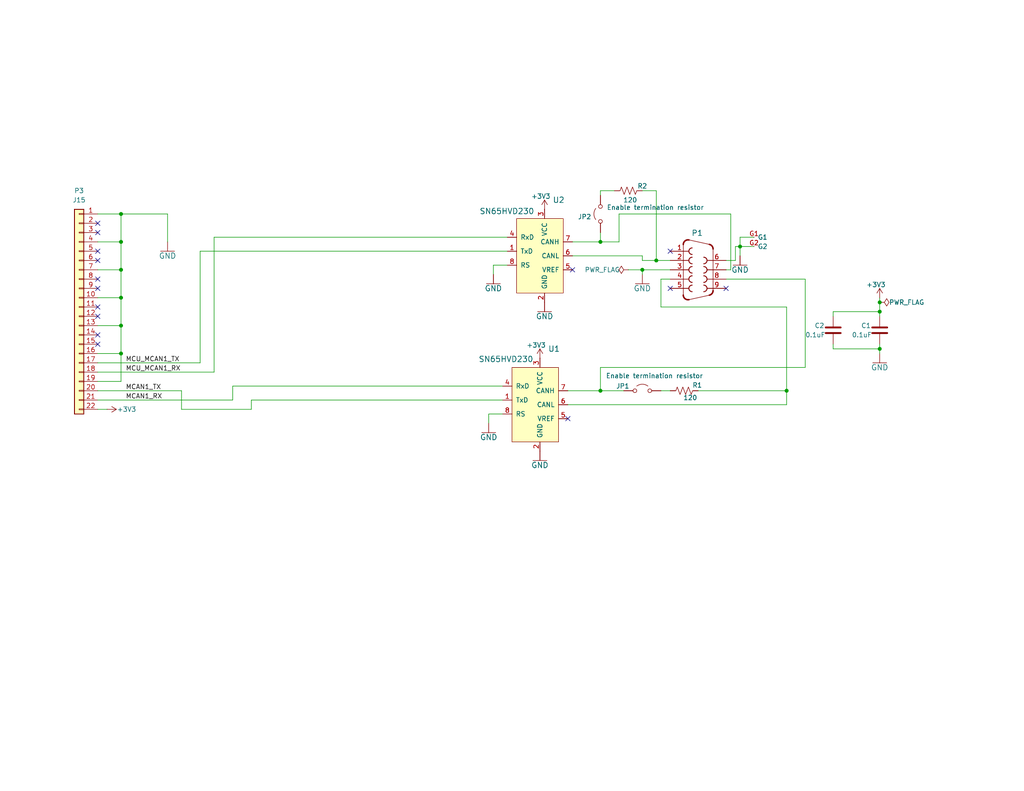
<source format=kicad_sch>
(kicad_sch (version 20231120) (generator "eeschema") (generator_version "8.0")
  (paper "A")
  (title_block (title "CAN Driver") (date "2024-07-03"))
  (lib_symbols
    (symbol "Connector_Generic:Conn_01x22" (pin_names (offset 1.016) hide)
      (property "Reference" "J" (at 0 27.94 0))
      (property "Value" "Conn_01x22" (at 0 -30.48 0))
      (symbol "Conn_01x22_1_1"
        (rectangle (start -1.27 -27.813) (end 0 -28.067) (stroke (width 0.1524)))
        (rectangle (start -1.27 -25.273) (end 0 -25.527) (stroke (width 0.1524)))
        (rectangle (start -1.27 -22.733) (end 0 -22.987) (stroke (width 0.1524)))
        (rectangle (start -1.27 -20.193) (end 0 -20.447) (stroke (width 0.1524)))
        (rectangle (start -1.27 -17.653) (end 0 -17.907) (stroke (width 0.1524)))
        (rectangle (start -1.27 -15.113) (end 0 -15.367) (stroke (width 0.1524)))
        (rectangle (start -1.27 -12.573) (end 0 -12.827) (stroke (width 0.1524)))
        (rectangle (start -1.27 -10.033) (end 0 -10.287) (stroke (width 0.1524)))
        (rectangle (start -1.27 -7.493) (end 0 -7.747) (stroke (width 0.1524)))
        (rectangle (start -1.27 -4.953) (end 0 -5.207) (stroke (width 0.1524)))
        (rectangle (start -1.27 -2.413) (end 0 -2.667) (stroke (width 0.1524)))
        (rectangle (start -1.27 0.127) (end 0 -0.127) (stroke (width 0.1524)))
        (rectangle (start -1.27 2.667) (end 0 2.413) (stroke (width 0.1524)))
        (rectangle (start -1.27 5.207) (end 0 4.953) (stroke (width 0.1524)))
        (rectangle (start -1.27 7.747) (end 0 7.493) (stroke (width 0.1524)))
        (rectangle (start -1.27 10.287) (end 0 10.033) (stroke (width 0.1524)))
        (rectangle (start -1.27 12.827) (end 0 12.573) (stroke (width 0.1524)))
        (rectangle (start -1.27 15.367) (end 0 15.113) (stroke (width 0.1524)))
        (rectangle (start -1.27 17.907) (end 0 17.653) (stroke (width 0.1524)))
        (rectangle (start -1.27 20.447) (end 0 20.193) (stroke (width 0.1524)))
        (rectangle (start -1.27 22.987) (end 0 22.733) (stroke (width 0.1524)))
        (rectangle (start -1.27 25.527) (end 0 25.273) (stroke (width 0.1524)))
        (rectangle (start -1.27 26.67) (end 1.27 -29.21) (stroke (width 0.254)) (fill (type background)))
        (pin passive line (at -5.08 25.4 0) (length 3.81) (name "Pin_1") (number "1"))
        (pin passive line (at -5.08 2.54 0) (length 3.81) (name "Pin_10") (number "10"))
        (pin passive line (at -5.08 0 0) (length 3.81) (name "Pin_11") (number "11"))
        (pin passive line (at -5.08 -2.54 0) (length 3.81) (name "Pin_12") (number "12"))
        (pin passive line (at -5.08 -5.08 0) (length 3.81) (name "Pin_13") (number "13"))
        (pin passive line (at -5.08 -7.62 0) (length 3.81) (name "Pin_14") (number "14"))
        (pin passive line (at -5.08 -10.16 0) (length 3.81) (name "Pin_15") (number "15"))
        (pin passive line (at -5.08 -12.7 0) (length 3.81) (name "Pin_16") (number "16"))
        (pin passive line (at -5.08 -15.24 0) (length 3.81) (name "Pin_17") (number "17"))
        (pin passive line (at -5.08 -17.78 0) (length 3.81) (name "Pin_18") (number "18"))
        (pin passive line (at -5.08 -20.32 0) (length 3.81) (name "Pin_19") (number "19"))
        (pin passive line (at -5.08 22.86 0) (length 3.81) (name "Pin_2") (number "2"))
        (pin passive line (at -5.08 -22.86 0) (length 3.81) (name "Pin_20") (number "20"))
        (pin passive line (at -5.08 -25.4 0) (length 3.81) (name "Pin_21") (number "21"))
        (pin passive line (at -5.08 -27.94 0) (length 3.81) (name "Pin_22") (number "22"))
        (pin passive line (at -5.08 20.32 0) (length 3.81) (name "Pin_3") (number "3"))
        (pin passive line (at -5.08 17.78 0) (length 3.81) (name "Pin_4") (number "4"))
        (pin passive line (at -5.08 15.24 0) (length 3.81) (name "Pin_5") (number "5"))
        (pin passive line (at -5.08 12.7 0) (length 3.81) (name "Pin_6") (number "6"))
        (pin passive line (at -5.08 10.16 0) (length 3.81) (name "Pin_7") (number "7"))
        (pin passive line (at -5.08 7.62 0) (length 3.81) (name "Pin_8") (number "8"))
        (pin passive line (at -5.08 5.08 0) (length 3.81) (name "Pin_9") (number "9"))
      )
    )
    (symbol "Device:C" (pin_numbers hide) (pin_names (offset 0.254))
      (property "Reference" "C" (at 0.635 2.54 0))
      (property "Value" "C" (at 0.635 -2.54 0))
      (symbol "C_0_1"
        (polyline (pts (xy -2.032 -0.762) (xy 2.032 -0.762)) (stroke (width 0.508)))
        (polyline (pts (xy -2.032 0.762) (xy 2.032 0.762)) (stroke (width 0.508)))
      )
      (symbol "C_1_1"
        (pin passive line (at 0 3.81 270) (length 2.794) (name "~") (number "1"))
        (pin passive line (at 0 -3.81 90) (length 2.794) (name "~") (number "2"))
      )
    )
    (symbol "Device:R_US" (pin_numbers hide) (pin_names (offset 0))
      (property "Reference" "R" (at 2.54 0 90))
      (property "Value" "R_US" (at -2.54 0 90))
      (symbol "R_US_0_1"
        (polyline (pts (xy 0 -2.286) (xy 0 -2.54)))
        (polyline (pts (xy 0 2.286) (xy 0 2.54)))
        (polyline (pts (xy 0 -0.762) (xy 1.016 -1.143) (xy 0 -1.524) (xy -1.016 -1.905) (xy 0 -2.286)))
        (polyline (pts (xy 0 0.762) (xy 1.016 0.381) (xy 0 0) (xy -1.016 -0.381) (xy 0 -0.762)))
        (polyline (pts (xy 0 2.286) (xy 1.016 1.905) (xy 0 1.524) (xy -1.016 1.143) (xy 0 0.762)))
      )
      (symbol "R_US_1_1"
        (pin passive line (at 0 3.81 270) (length 1.27) (name "~") (number "1"))
        (pin passive line (at 0 -3.81 90) (length 1.27) (name "~") (number "2"))
      )
    )
    (symbol "Jumper:Jumper_2_Open" (pin_numbers hide) (pin_names (offset 0) hide) (exclude_from_sim yes)
      (property "Reference" "JP" (at 0 2.794 0))
      (property "Value" "Jumper_2_Open" (at 0 -2.286 0))
      (symbol "Jumper_2_Open_0_0"
        (circle (center -2.032 0) (radius 0.508))
        (circle (center 2.032 0) (radius 0.508))
      )
      (symbol "Jumper_2_Open_0_1"
        (arc (start 1.524 1.27) (mid 0 1.778) (end -1.524 1.27))
      )
      (symbol "Jumper_2_Open_1_1"
        (pin passive line (at -5.08 0 0) (length 2.54) (name "A") (number "1"))
        (pin passive line (at 5.08 0 180) (length 2.54) (name "B") (number "2"))
      )
    )
    (symbol "catu:F09HP" (pin_names (offset 1.016))
      (property "Reference" "P" (at -1.27 8.89 0))
      (property "Value" "F09HP" (at -3.81 -10.795 0))
      (symbol "F09HP_1_0"
        (arc (start -4.064 -6.9088) (mid -3.5802 -7.8934) (end -2.5146 -8.1534) (stroke (width 0.4064)))
        (arc (start -2.5146 8.1534) (mid -3.5799 7.893) (end -4.064 6.9088) (stroke (width 0.4064)))
        (arc (start -1.651 -4.191) (mid -2.5362 -5.08) (end -1.651 -5.969) (stroke (width 0.254)))
        (arc (start -1.651 -1.651) (mid -2.5362 -2.54) (end -1.651 -3.429) (stroke (width 0.254)))
        (arc (start -1.651 0.889) (mid -2.5362 0) (end -1.651 -0.889) (stroke (width 0.254)))
        (arc (start -1.651 3.429) (mid -2.5362 2.54) (end -1.651 1.651) (stroke (width 0.254)))
        (arc (start -1.651 5.969) (mid -2.5362 5.08) (end -1.651 4.191) (stroke (width 0.254)))
        (polyline (pts (xy -4.064 -6.9088) (xy -4.064 6.9088)))
        (polyline (pts (xy -2.5146 -8.1534) (xy 3.048 -6.9342)))
        (polyline (pts (xy -2.5146 8.1534) (xy 3.048 6.9342)))
        (polyline (pts (xy 4.064 -5.6896) (xy 4.064 5.6896)))
        (arc (start 1.524 -5.969) (mid 2.4092 -5.08) (end 1.524 -4.191) (stroke (width 0.254)))
        (arc (start 1.524 -3.429) (mid 2.4092 -2.54) (end 1.524 -1.651) (stroke (width 0.254)))
        (arc (start 1.524 -0.889) (mid 2.4092 0) (end 1.524 0.889) (stroke (width 0.254)))
        (arc (start 1.524 1.651) (mid 2.4092 2.54) (end 1.524 3.429) (stroke (width 0.254)))
        (arc (start 3.048 -6.9342) (mid 3.774 -6.4888) (end 4.064 -5.6896) (stroke (width 0.4064)))
        (arc (start 4.064 5.6896) (mid 3.7704 6.4859) (end 3.048 6.9342) (stroke (width 0.4064)))
        (pin passive line (at -7.62 5.08 0) (length 5.08) (name "1") (number "1"))
        (pin passive line (at -7.62 2.54 0) (length 5.08) (name "2") (number "2"))
        (pin passive line (at -7.62 0 0) (length 5.08) (name "3") (number "3"))
        (pin passive line (at -7.62 -2.54 0) (length 5.08) (name "4") (number "4"))
        (pin passive line (at -7.62 -5.08 0) (length 5.08) (name "5") (number "5"))
        (pin passive line (at 7.62 2.54 180) (length 5.08) (name "6") (number "6"))
        (pin passive line (at 7.62 0 180) (length 5.08) (name "7") (number "7"))
        (pin passive line (at 7.62 -2.54 180) (length 5.08) (name "8") (number "8"))
        (pin passive line (at 7.62 -5.08 180) (length 5.08) (name "9") (number "9"))
      )
      (symbol "F09HP_1_1"
        (pin power_in line (at 15.24 8.89 0) (length 0) (name "G1") (number "G1"))
        (pin power_in line (at 15.24 6.35 0) (length 0) (name "G2") (number "G2"))
      )
    )
    (symbol "catu:GND" (power) (pin_names (offset 1.016))
      (property "Value" "GND" (at -2.54 -2.54 0))
      (symbol "GND_1_0"
        (polyline (pts (xy -1.905 0) (xy 1.905 0)))
        (pin power_in line (at 0 2.54 270) (length 2.54) (name "GND") (number "1"))
      )
    )
    (symbol "catu:SN65HVD230" (pin_names (offset 1.016))
      (property "Reference" "U" (at -2.54 1.27 0))
      (property "Value" "SN65HVD230" (at 4.572 -22.606 0))
      (symbol "SN65HVD230_0_1"
        (rectangle (start -5.08 0) (end 7.62 -20.32) (fill (type background)))
      )
      (symbol "SN65HVD230_1_1"
        (pin input line (at -7.62 -8.89 0) (length 2.54) (name "TxD") (number "1"))
        (pin power_in line (at 2.54 -22.86 90) (length 2.54) (name "GND") (number "2"))
        (pin power_in line (at 2.54 2.54 270) (length 2.54) (name "VCC") (number "3"))
        (pin output line (at -7.62 -5.08 0) (length 2.54) (name "RxD") (number "4"))
        (pin output line (at 10.16 -13.97 180) (length 2.54) (name "VREF") (number "5"))
        (pin bidirectional line (at 10.16 -10.16 180) (length 2.54) (name "CANL") (number "6"))
        (pin bidirectional line (at 10.16 -6.35 180) (length 2.54) (name "CANH") (number "7"))
        (pin input line (at -7.62 -12.7 0) (length 2.54) (name "RS") (number "8"))
      )
    )
    (symbol "power:+3V3" (power) (pin_numbers hide) (pin_names (offset 0) hide)
      (property "Value" "+3V3" (at 0 3.556 0))
      (symbol "+3V3_0_1"
        (polyline (pts (xy -0.762 1.27) (xy 0 2.54)))
        (polyline (pts (xy 0 0) (xy 0 2.54)))
        (polyline (pts (xy 0 2.54) (xy 0.762 1.27)))
      )
      (symbol "+3V3_1_1"
        (pin power_in line (at 0 0 90) (length 0) (name "~") (number "1"))
      )
    )
    (symbol "power:PWR_FLAG" (power) (pin_numbers hide) (pin_names (offset 0) hide)
      (property "Value" "PWR_FLAG" (at 0 3.81 0))
      (symbol "PWR_FLAG_0_0"
        (pin power_out line (at 0 0 90) (length 0) (name "~") (number "1"))
      )
      (symbol "PWR_FLAG_0_1"
        (polyline (pts (xy 0 0) (xy 0 1.27) (xy -1.016 1.905) (xy 0 2.54) (xy 1.016 1.905) (xy 0 1.27)))
      )
    )
  )
  (junction (at 33.02 88.9))
  (junction (at 240.03 95.25))
  (junction (at 201.93 67.31))
  (junction (at 214.63 106.68))
  (junction (at 163.83 66.04))
  (junction (at 33.02 73.66))
  (junction (at 33.02 58.42))
  (junction (at 175.26 73.66))
  (junction (at 33.02 66.04))
  (junction (at 179.07 71.12))
  (junction (at 163.83 106.68))
  (junction (at 240.03 85.09))
  (junction (at 240.03 82.55))
  (junction (at 33.02 96.52))
  (junction (at 33.02 81.28))
  (no_connect (at 26.67 60.96))
  (no_connect (at 26.67 68.58))
  (no_connect (at 26.67 93.98))
  (no_connect (at 26.67 83.82))
  (no_connect (at 26.67 86.36))
  (no_connect (at 26.67 63.5))
  (no_connect (at 198.12 78.74))
  (no_connect (at 182.88 68.58))
  (no_connect (at 26.67 76.2))
  (no_connect (at 26.67 78.74))
  (no_connect (at 156.21 73.66))
  (no_connect (at 26.67 91.44))
  (no_connect (at 154.94 114.3))
  (no_connect (at 182.88 78.74))
  (no_connect (at 26.67 71.12))
  (wire (pts (xy 63.5 105.41) (xy 137.16 105.41)))
  (wire (pts (xy 49.53 106.68) (xy 49.53 111.76)))
  (wire (pts (xy 175.26 69.85) (xy 175.26 71.12)))
  (wire (pts (xy 205.74 64.77) (xy 201.93 64.77)))
  (wire (pts (xy 219.71 76.2) (xy 198.12 76.2)))
  (wire (pts (xy 154.94 110.49) (xy 214.63 110.49)))
  (wire (pts (xy 200.66 71.12) (xy 200.66 67.31)))
  (wire (pts (xy 26.67 81.28) (xy 33.02 81.28)))
  (wire (pts (xy 58.42 64.77) (xy 138.43 64.77)))
  (wire (pts (xy 175.26 73.66) (xy 171.45 73.66)))
  (wire (pts (xy 45.72 58.42) (xy 45.72 66.04)))
  (wire (pts (xy 179.07 71.12) (xy 182.88 71.12)))
  (wire (pts (xy 26.67 96.52) (xy 33.02 96.52)))
  (wire (pts (xy 240.03 82.55) (xy 240.03 85.09)))
  (wire (pts (xy 200.66 67.31) (xy 201.93 67.31)))
  (wire (pts (xy 33.02 88.9) (xy 33.02 96.52)))
  (wire (pts (xy 133.35 115.57) (xy 133.35 113.03)))
  (wire (pts (xy 33.02 58.42) (xy 33.02 66.04)))
  (wire (pts (xy 227.33 86.36) (xy 227.33 85.09)))
  (wire (pts (xy 179.07 52.07) (xy 179.07 71.12)))
  (wire (pts (xy 240.03 85.09) (xy 240.03 86.36)))
  (wire (pts (xy 26.67 109.22) (xy 63.5 109.22)))
  (wire (pts (xy 68.58 111.76) (xy 49.53 111.76)))
  (wire (pts (xy 180.34 76.2) (xy 182.88 76.2)))
  (wire (pts (xy 180.34 106.68) (xy 182.88 106.68)))
  (wire (pts (xy 227.33 85.09) (xy 240.03 85.09)))
  (wire (pts (xy 227.33 93.98) (xy 227.33 95.25)))
  (wire (pts (xy 175.26 73.66) (xy 182.88 73.66)))
  (wire (pts (xy 199.39 73.66) (xy 198.12 73.66)))
  (wire (pts (xy 156.21 69.85) (xy 175.26 69.85)))
  (wire (pts (xy 227.33 95.25) (xy 240.03 95.25)))
  (wire (pts (xy 214.63 83.82) (xy 180.34 83.82)))
  (wire (pts (xy 156.21 66.04) (xy 163.83 66.04)))
  (wire (pts (xy 33.02 81.28) (xy 33.02 88.9)))
  (wire (pts (xy 175.26 73.66) (xy 175.26 74.93)))
  (wire (pts (xy 168.91 58.42) (xy 199.39 58.42)))
  (wire (pts (xy 26.67 101.6) (xy 58.42 101.6)))
  (wire (pts (xy 163.83 63.5) (xy 163.83 66.04)))
  (wire (pts (xy 214.63 110.49) (xy 214.63 106.68)))
  (wire (pts (xy 201.93 64.77) (xy 201.93 67.31)))
  (wire (pts (xy 214.63 83.82) (xy 214.63 106.68)))
  (wire (pts (xy 26.67 99.06) (xy 54.61 99.06)))
  (wire (pts (xy 190.5 106.68) (xy 214.63 106.68)))
  (wire (pts (xy 163.83 53.34) (xy 163.83 52.07)))
  (wire (pts (xy 26.67 106.68) (xy 49.53 106.68)))
  (wire (pts (xy 198.12 71.12) (xy 200.66 71.12)))
  (wire (pts (xy 219.71 76.2) (xy 219.71 100.33)))
  (wire (pts (xy 26.67 73.66) (xy 33.02 73.66)))
  (wire (pts (xy 163.83 106.68) (xy 170.18 106.68)))
  (wire (pts (xy 175.26 71.12) (xy 179.07 71.12)))
  (wire (pts (xy 54.61 68.58) (xy 138.43 68.58)))
  (wire (pts (xy 134.62 72.39) (xy 138.43 72.39)))
  (wire (pts (xy 154.94 106.68) (xy 163.83 106.68)))
  (wire (pts (xy 26.67 88.9) (xy 33.02 88.9)))
  (wire (pts (xy 180.34 83.82) (xy 180.34 76.2)))
  (wire (pts (xy 133.35 113.03) (xy 137.16 113.03)))
  (wire (pts (xy 26.67 111.76) (xy 29.21 111.76)))
  (wire (pts (xy 163.83 100.33) (xy 219.71 100.33)))
  (wire (pts (xy 163.83 52.07) (xy 167.64 52.07)))
  (wire (pts (xy 201.93 67.31) (xy 201.93 69.85)))
  (wire (pts (xy 175.26 52.07) (xy 179.07 52.07)))
  (wire (pts (xy 54.61 68.58) (xy 54.61 99.06)))
  (wire (pts (xy 201.93 67.31) (xy 205.74 67.31)))
  (wire (pts (xy 33.02 66.04) (xy 33.02 73.66)))
  (wire (pts (xy 68.58 109.22) (xy 137.16 109.22)))
  (wire (pts (xy 68.58 109.22) (xy 68.58 111.76)))
  (wire (pts (xy 33.02 104.14) (xy 26.67 104.14)))
  (wire (pts (xy 163.83 66.04) (xy 168.91 66.04)))
  (wire (pts (xy 26.67 66.04) (xy 33.02 66.04)))
  (wire (pts (xy 63.5 105.41) (xy 63.5 109.22)))
  (wire (pts (xy 33.02 73.66) (xy 33.02 81.28)))
  (wire (pts (xy 199.39 58.42) (xy 199.39 73.66)))
  (wire (pts (xy 240.03 95.25) (xy 240.03 93.98)))
  (wire (pts (xy 240.03 96.52) (xy 240.03 95.25)))
  (wire (pts (xy 134.62 74.93) (xy 134.62 72.39)))
  (wire (pts (xy 163.83 106.68) (xy 163.83 100.33)))
  (wire (pts (xy 33.02 58.42) (xy 45.72 58.42)))
  (wire (pts (xy 26.67 58.42) (xy 33.02 58.42)))
  (wire (pts (xy 240.03 82.55) (xy 240.03 81.28)))
  (wire (pts (xy 58.42 64.77) (xy 58.42 101.6)))
  (wire (pts (xy 33.02 96.52) (xy 33.02 104.14)))
  (wire (pts (xy 168.91 66.04) (xy 168.91 58.42)))
  (label "MCU_MCAN1_RX" (at 34.29 101.6 0))
  (label "MCAN1_RX" (at 34.29 109.22 0))
  (label "MCAN1_TX" (at 34.29 106.68 0))
  (label "MCU_MCAN1_TX" (at 34.29 99.06 0))
  (symbol (lib_id "power:PWR_FLAG") (at 240.03 82.55 270) (unit 1)
    (property "Reference" "#FLG0103" (effects (hide yes)))
    (property "Value" "PWR_FLAG" (at 247.396 82.55 90))
    (property "Description" "Special symbol for telling ERC where power comes from" (effects (hide yes)))
  )
  (symbol (lib_id "Device:C") (at 227.33 90.17 0) (unit 1)
    (property "Reference" "C2" (at 222.25 88.9 0) (effects (justify left)))
    (property "Value" "0.1uF" (at 219.71 91.44 0) (effects (justify left)))
    (property "Footprint" "Capacitor_SMD:C_0805_2012Metric_Pad1.18x1.45mm_HandSolder" (effects (hide yes)))
    (property "Description" "Unpolarized capacitor" (effects (hide yes)))
  )
  (symbol (lib_id "catu:GND") (at 147.32 125.73 0) (unit 1)
    (property "Reference" "#GND0101" (effects (hide yes)))
    (property "Value" "GND" (at 147.32 127 0) (effects (font (size 1.4986 1.4986))))
  )
  (symbol (lib_id "Jumper:Jumper_2_Open") (at 175.26 106.68 0) (unit 1) (exclude_from_sim yes)
    (property "Reference" "JP1" (at 169.926 105.41 0))
    (property "Value" "Enable termination resistor" (at 178.562 102.616 0))
    (property "Footprint" "Connector_PinHeader_2.54mm:PinHeader_1x02_P2.54mm_Vertical" (effects (hide yes)))
    (property "Description" "Jumper, 2-pole, open" (effects (hide yes)))
  )
  (symbol (lib_id "catu:F09HP") (at 190.5 73.66 0) (unit 1)
    (property "Reference" "P1" (at 190.246 63.627 0) (effects (font (size 1.4986 1.4986))))
    (property "Value" "F09HP" (effects (hide yes)))
    (property "Footprint" "catu:F09HP" (effects (hide yes)))
  )
  (symbol (lib_id "power:+3V3") (at 29.21 111.76 270) (unit 1)
    (property "Reference" "#PWR04" (effects (hide yes)))
    (property "Value" "+3V3" (at 34.544 111.76 90))
    (property "Description" "Power symbol creates a global label with name \"+3V3\"" (effects (hide yes)))
  )
  (symbol (lib_id "catu:GND") (at 134.62 77.47 0) (unit 1)
    (property "Reference" "#GND01" (effects (hide yes)))
    (property "Value" "GND" (at 134.62 78.74 0) (effects (font (size 1.4986 1.4986))))
  )
  (symbol (lib_id "catu:GND") (at 45.72 68.58 0) (unit 1)
    (property "Reference" "#GND08" (effects (hide yes)))
    (property "Value" "GND" (at 45.72 69.85 0) (effects (font (size 1.4986 1.4986))))
  )
  (symbol (lib_id "catu:SN65HVD230") (at 146.05 59.69 0) (unit 1)
    (property "Reference" "U2" (at 150.7841 54.61 0) (effects (font (size 1.524 1.524)) (justify left)))
    (property "Value" "SN65HVD230" (at 130.81 57.658 0) (effects (font (size 1.524 1.524)) (justify left)))
    (property "Footprint" "Package_SO:SOIC-8_3.9x4.9mm_P1.27mm" (effects (hide yes)))
    (property "MPN" "SN65HVD230" (effects (hide yes)))
  )
  (symbol (lib_id "catu:GND") (at 148.59 85.09 0) (unit 1)
    (property "Reference" "#GND02" (effects (hide yes)))
    (property "Value" "GND" (at 148.59 86.36 0) (effects (font (size 1.4986 1.4986))))
  )
  (symbol (lib_id "catu:GND") (at 175.26 77.47 0) (unit 1)
    (property "Reference" "#GND03" (effects (hide yes)))
    (property "Value" "GND" (at 175.26 78.74 0) (effects (font (size 1.4986 1.4986))))
  )
  (symbol (lib_id "catu:GND") (at 201.93 72.39 0) (unit 1)
    (property "Reference" "#GND012" (effects (hide yes)))
    (property "Value" "GND" (at 201.93 73.66 0) (effects (font (size 1.4986 1.4986))))
  )
  (symbol (lib_id "Device:R_US") (at 186.69 106.68 90) (unit 1)
    (property "Reference" "R1" (at 190.246 105.156 90))
    (property "Value" "120" (at 188.341 108.585 90))
    (property "Footprint" "Resistor_SMD:R_2512_6332Metric_Pad1.40x3.35mm_HandSolder" (effects (hide yes)))
    (property "Description" "Resistor, US symbol" (effects (hide yes)))
  )
  (symbol (lib_id "Device:R_US") (at 171.45 52.07 90) (unit 1)
    (property "Reference" "R2" (at 175.26 50.8 90))
    (property "Value" "120" (at 171.958 54.61 90))
    (property "Footprint" "Resistor_SMD:R_2512_6332Metric_Pad1.40x3.35mm_HandSolder" (effects (hide yes)))
    (property "Description" "Resistor, US symbol" (effects (hide yes)))
  )
  (symbol (lib_id "catu:GND") (at 240.03 99.06 0) (unit 1)
    (property "Reference" "#GND0102" (effects (hide yes)))
    (property "Value" "GND" (at 240.03 100.33 0) (effects (font (size 1.4986 1.4986))))
  )
  (symbol (lib_id "power:+3V3") (at 148.59 57.15 0) (unit 1)
    (property "Reference" "#PWR02" (effects (hide yes)))
    (property "Value" "+3V3" (at 147.574 53.594 0))
    (property "Description" "Power symbol creates a global label with name \"+3V3\"" (effects (hide yes)))
  )
  (symbol (lib_id "power:+3V3") (at 240.03 81.28 0) (unit 1)
    (property "Reference" "#PWR01" (effects (hide yes)))
    (property "Value" "+3V3" (at 239.014 77.724 0))
    (property "Description" "Power symbol creates a global label with name \"+3V3\"" (effects (hide yes)))
  )
  (symbol (lib_id "Jumper:Jumper_2_Open") (at 163.83 58.42 90) (unit 1) (exclude_from_sim yes)
    (property "Reference" "JP2" (at 159.512 59.182 90))
    (property "Value" "Enable termination resistor" (at 178.816 56.642 90))
    (property "Footprint" "Connector_PinHeader_2.54mm:PinHeader_1x02_P2.54mm_Vertical" (effects (hide yes)))
    (property "Description" "Jumper, 2-pole, open" (effects (hide yes)))
  )
  (symbol (lib_id "catu:GND") (at 133.35 118.11 0) (unit 1)
    (property "Reference" "#GND0104" (effects (hide yes)))
    (property "Value" "GND" (at 133.35 119.38 0) (effects (font (size 1.4986 1.4986))))
  )
  (symbol (lib_id "power:PWR_FLAG") (at 171.45 73.66 90) (unit 1)
    (property "Reference" "#FLG01" (effects (hide yes)))
    (property "Value" "PWR_FLAG" (at 164.338 73.66 90))
    (property "Description" "Special symbol for telling ERC where power comes from" (effects (hide yes)))
  )
  (symbol (lib_id "Device:C") (at 240.03 90.17 0) (unit 1)
    (property "Reference" "C1" (at 234.95 88.9 0) (effects (justify left)))
    (property "Value" "0.1uF" (at 232.41 91.44 0) (effects (justify left)))
    (property "Footprint" "Capacitor_SMD:C_0805_2012Metric_Pad1.18x1.45mm_HandSolder" (effects (hide yes)))
    (property "Description" "Unpolarized capacitor" (effects (hide yes)))
  )
  (symbol (lib_id "Connector_Generic:Conn_01x22") (at 21.59 83.82 0) (mirror y) (unit 1)
    (property "Reference" "P3" (at 21.59 52.07 0))
    (property "Value" "J15" (at 21.59 54.61 0))
    (property "Footprint" "catu:PinHeader_2x11_P2.54mm_reverse" (effects (hide yes)))
    (property "Description" "Generic connector, single row, 01x22, script generated (kicad-library-utils/schlib/autogen/connector/)" (effects (hide yes)))
  )
  (symbol (lib_id "power:+3V3") (at 147.32 97.79 0) (unit 1)
    (property "Reference" "#PWR0101" (effects (hide yes)))
    (property "Value" "+3V3" (at 146.304 94.234 0))
    (property "Description" "Power symbol creates a global label with name \"+3V3\"" (effects (hide yes)))
  )
  (symbol (lib_id "catu:SN65HVD230") (at 144.78 100.33 0) (unit 1)
    (property "Reference" "U1" (at 149.5141 95.25 0) (effects (font (size 1.524 1.524)) (justify left)))
    (property "Value" "SN65HVD230" (at 130.556 98.044 0) (effects (font (size 1.524 1.524)) (justify left)))
    (property "Footprint" "Package_SO:SOIC-8_3.9x4.9mm_P1.27mm" (effects (hide yes)))
    (property "MPN" "SN65HVD230" (effects (hide yes)))
  )
)
</source>
